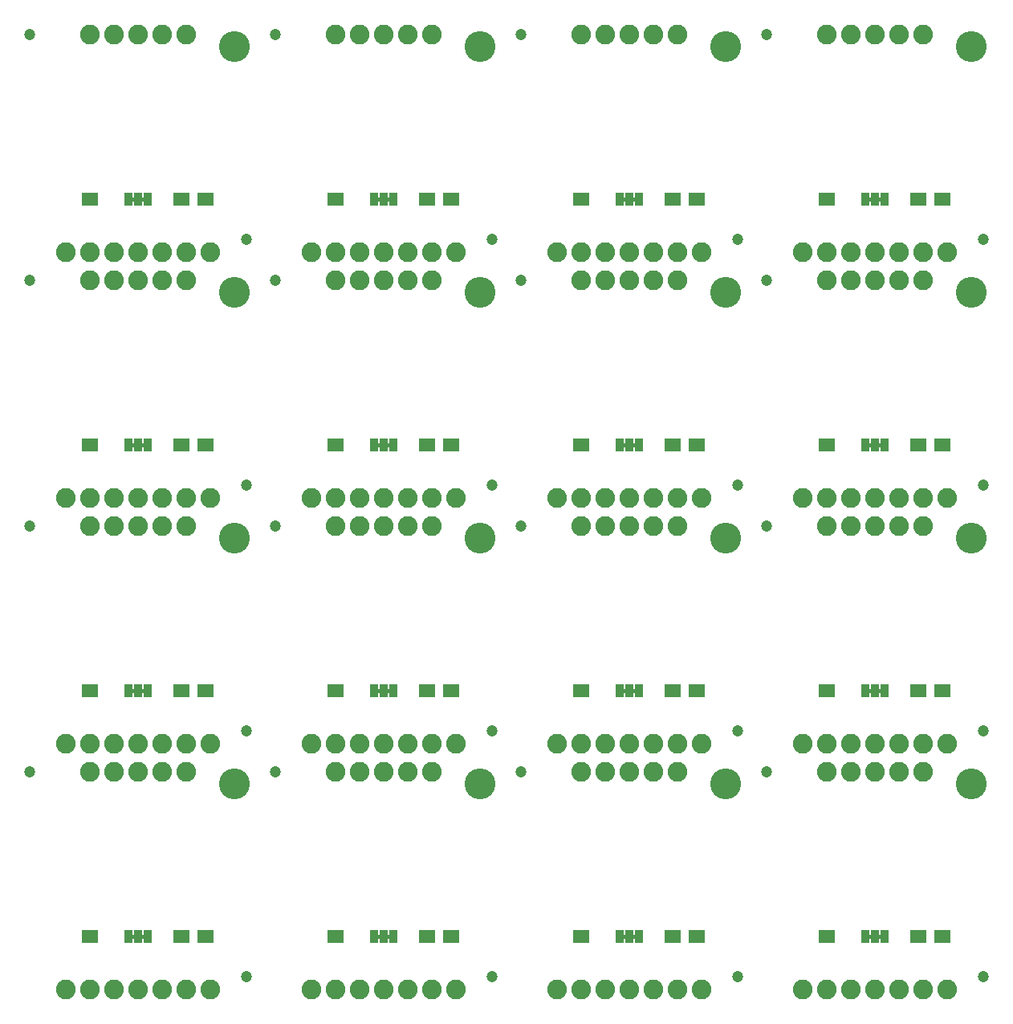
<source format=gbs>
G75*
%MOIN*%
%OFA0B0*%
%FSLAX25Y25*%
%IPPOS*%
%LPD*%
%AMOC8*
5,1,8,0,0,1.08239X$1,22.5*
%
%ADD10R,0.03300X0.05800*%
%ADD11C,0.08200*%
%ADD12C,0.00500*%
%ADD13C,0.12800*%
%ADD14C,0.04737*%
D10*
X0057150Y0055250D03*
X0060350Y0055250D03*
X0074750Y0055250D03*
X0078750Y0055250D03*
X0082750Y0055250D03*
X0095050Y0055250D03*
X0098250Y0055250D03*
X0105150Y0055250D03*
X0108350Y0055250D03*
X0159150Y0055250D03*
X0162350Y0055250D03*
X0176750Y0055250D03*
X0180750Y0055250D03*
X0184750Y0055250D03*
X0197050Y0055250D03*
X0200250Y0055250D03*
X0207150Y0055250D03*
X0210350Y0055250D03*
X0261150Y0055250D03*
X0264350Y0055250D03*
X0278750Y0055250D03*
X0282750Y0055250D03*
X0286750Y0055250D03*
X0299050Y0055250D03*
X0302250Y0055250D03*
X0309150Y0055250D03*
X0312350Y0055250D03*
X0363150Y0055250D03*
X0366350Y0055250D03*
X0380750Y0055250D03*
X0384750Y0055250D03*
X0388750Y0055250D03*
X0401050Y0055250D03*
X0404250Y0055250D03*
X0411150Y0055250D03*
X0414350Y0055250D03*
X0414350Y0157250D03*
X0411150Y0157250D03*
X0404250Y0157250D03*
X0401050Y0157250D03*
X0388750Y0157250D03*
X0384750Y0157250D03*
X0380750Y0157250D03*
X0366350Y0157250D03*
X0363150Y0157250D03*
X0312350Y0157250D03*
X0309150Y0157250D03*
X0302250Y0157250D03*
X0299050Y0157250D03*
X0286750Y0157250D03*
X0282750Y0157250D03*
X0278750Y0157250D03*
X0264350Y0157250D03*
X0261150Y0157250D03*
X0210350Y0157250D03*
X0207150Y0157250D03*
X0200250Y0157250D03*
X0197050Y0157250D03*
X0184750Y0157250D03*
X0180750Y0157250D03*
X0176750Y0157250D03*
X0162350Y0157250D03*
X0159150Y0157250D03*
X0108350Y0157250D03*
X0105150Y0157250D03*
X0098250Y0157250D03*
X0095050Y0157250D03*
X0082750Y0157250D03*
X0078750Y0157250D03*
X0074750Y0157250D03*
X0060350Y0157250D03*
X0057150Y0157250D03*
X0057150Y0259250D03*
X0060350Y0259250D03*
X0074750Y0259250D03*
X0078750Y0259250D03*
X0082750Y0259250D03*
X0095050Y0259250D03*
X0098250Y0259250D03*
X0105150Y0259250D03*
X0108350Y0259250D03*
X0159150Y0259250D03*
X0162350Y0259250D03*
X0176750Y0259250D03*
X0180750Y0259250D03*
X0184750Y0259250D03*
X0197050Y0259250D03*
X0200250Y0259250D03*
X0207150Y0259250D03*
X0210350Y0259250D03*
X0261150Y0259250D03*
X0264350Y0259250D03*
X0278750Y0259250D03*
X0282750Y0259250D03*
X0286750Y0259250D03*
X0299050Y0259250D03*
X0302250Y0259250D03*
X0309150Y0259250D03*
X0312350Y0259250D03*
X0363150Y0259250D03*
X0366350Y0259250D03*
X0380750Y0259250D03*
X0384750Y0259250D03*
X0388750Y0259250D03*
X0401050Y0259250D03*
X0404250Y0259250D03*
X0411150Y0259250D03*
X0414350Y0259250D03*
X0414350Y0361250D03*
X0411150Y0361250D03*
X0404250Y0361250D03*
X0401050Y0361250D03*
X0388750Y0361250D03*
X0384750Y0361250D03*
X0380750Y0361250D03*
X0366350Y0361250D03*
X0363150Y0361250D03*
X0312350Y0361250D03*
X0309150Y0361250D03*
X0302250Y0361250D03*
X0299050Y0361250D03*
X0286750Y0361250D03*
X0282750Y0361250D03*
X0278750Y0361250D03*
X0264350Y0361250D03*
X0261150Y0361250D03*
X0210350Y0361250D03*
X0207150Y0361250D03*
X0200250Y0361250D03*
X0197050Y0361250D03*
X0184750Y0361250D03*
X0180750Y0361250D03*
X0176750Y0361250D03*
X0162350Y0361250D03*
X0159150Y0361250D03*
X0108350Y0361250D03*
X0105150Y0361250D03*
X0098250Y0361250D03*
X0095050Y0361250D03*
X0082750Y0361250D03*
X0078750Y0361250D03*
X0074750Y0361250D03*
X0060350Y0361250D03*
X0057150Y0361250D03*
D11*
X0048750Y0033250D03*
X0058750Y0033250D03*
X0068750Y0033250D03*
X0078750Y0033250D03*
X0088750Y0033250D03*
X0098750Y0033250D03*
X0108750Y0033250D03*
X0150750Y0033250D03*
X0160750Y0033250D03*
X0170750Y0033250D03*
X0180750Y0033250D03*
X0190750Y0033250D03*
X0200750Y0033250D03*
X0210750Y0033250D03*
X0252750Y0033250D03*
X0262750Y0033250D03*
X0272750Y0033250D03*
X0282750Y0033250D03*
X0292750Y0033250D03*
X0302750Y0033250D03*
X0312750Y0033250D03*
X0354750Y0033250D03*
X0364750Y0033250D03*
X0374750Y0033250D03*
X0384750Y0033250D03*
X0394750Y0033250D03*
X0404750Y0033250D03*
X0414750Y0033250D03*
X0404750Y0123750D03*
X0394750Y0123750D03*
X0384750Y0123750D03*
X0374750Y0123750D03*
X0364750Y0123750D03*
X0364750Y0135250D03*
X0354750Y0135250D03*
X0374750Y0135250D03*
X0384750Y0135250D03*
X0394750Y0135250D03*
X0404750Y0135250D03*
X0414750Y0135250D03*
X0404750Y0225750D03*
X0394750Y0225750D03*
X0384750Y0225750D03*
X0374750Y0225750D03*
X0364750Y0225750D03*
X0364750Y0237250D03*
X0354750Y0237250D03*
X0374750Y0237250D03*
X0384750Y0237250D03*
X0394750Y0237250D03*
X0404750Y0237250D03*
X0414750Y0237250D03*
X0404750Y0327750D03*
X0394750Y0327750D03*
X0384750Y0327750D03*
X0374750Y0327750D03*
X0364750Y0327750D03*
X0364750Y0339250D03*
X0354750Y0339250D03*
X0374750Y0339250D03*
X0384750Y0339250D03*
X0394750Y0339250D03*
X0404750Y0339250D03*
X0414750Y0339250D03*
X0404750Y0429750D03*
X0394750Y0429750D03*
X0384750Y0429750D03*
X0374750Y0429750D03*
X0364750Y0429750D03*
X0302750Y0429750D03*
X0292750Y0429750D03*
X0282750Y0429750D03*
X0272750Y0429750D03*
X0262750Y0429750D03*
X0200750Y0429750D03*
X0190750Y0429750D03*
X0180750Y0429750D03*
X0170750Y0429750D03*
X0160750Y0429750D03*
X0098750Y0429750D03*
X0088750Y0429750D03*
X0078750Y0429750D03*
X0068750Y0429750D03*
X0058750Y0429750D03*
X0058750Y0339250D03*
X0048750Y0339250D03*
X0058750Y0327750D03*
X0068750Y0327750D03*
X0078750Y0327750D03*
X0088750Y0327750D03*
X0098750Y0327750D03*
X0098750Y0339250D03*
X0088750Y0339250D03*
X0078750Y0339250D03*
X0068750Y0339250D03*
X0108750Y0339250D03*
X0150750Y0339250D03*
X0160750Y0339250D03*
X0170750Y0339250D03*
X0180750Y0339250D03*
X0190750Y0339250D03*
X0200750Y0339250D03*
X0210750Y0339250D03*
X0200750Y0327750D03*
X0190750Y0327750D03*
X0180750Y0327750D03*
X0170750Y0327750D03*
X0160750Y0327750D03*
X0252750Y0339250D03*
X0262750Y0339250D03*
X0272750Y0339250D03*
X0282750Y0339250D03*
X0292750Y0339250D03*
X0302750Y0339250D03*
X0312750Y0339250D03*
X0302750Y0327750D03*
X0292750Y0327750D03*
X0282750Y0327750D03*
X0272750Y0327750D03*
X0262750Y0327750D03*
X0262750Y0237250D03*
X0252750Y0237250D03*
X0262750Y0225750D03*
X0272750Y0225750D03*
X0282750Y0225750D03*
X0292750Y0225750D03*
X0302750Y0225750D03*
X0302750Y0237250D03*
X0292750Y0237250D03*
X0282750Y0237250D03*
X0272750Y0237250D03*
X0312750Y0237250D03*
X0210750Y0237250D03*
X0200750Y0237250D03*
X0190750Y0237250D03*
X0180750Y0237250D03*
X0170750Y0237250D03*
X0160750Y0237250D03*
X0150750Y0237250D03*
X0160750Y0225750D03*
X0170750Y0225750D03*
X0180750Y0225750D03*
X0190750Y0225750D03*
X0200750Y0225750D03*
X0108750Y0237250D03*
X0098750Y0237250D03*
X0088750Y0237250D03*
X0078750Y0237250D03*
X0068750Y0237250D03*
X0058750Y0237250D03*
X0048750Y0237250D03*
X0058750Y0225750D03*
X0068750Y0225750D03*
X0078750Y0225750D03*
X0088750Y0225750D03*
X0098750Y0225750D03*
X0098750Y0135250D03*
X0088750Y0135250D03*
X0078750Y0135250D03*
X0068750Y0135250D03*
X0058750Y0135250D03*
X0048750Y0135250D03*
X0058750Y0123750D03*
X0068750Y0123750D03*
X0078750Y0123750D03*
X0088750Y0123750D03*
X0098750Y0123750D03*
X0108750Y0135250D03*
X0150750Y0135250D03*
X0160750Y0135250D03*
X0170750Y0135250D03*
X0180750Y0135250D03*
X0190750Y0135250D03*
X0200750Y0135250D03*
X0210750Y0135250D03*
X0200750Y0123750D03*
X0190750Y0123750D03*
X0180750Y0123750D03*
X0170750Y0123750D03*
X0160750Y0123750D03*
X0252750Y0135250D03*
X0262750Y0135250D03*
X0272750Y0135250D03*
X0282750Y0135250D03*
X0292750Y0135250D03*
X0302750Y0135250D03*
X0312750Y0135250D03*
X0302750Y0123750D03*
X0292750Y0123750D03*
X0282750Y0123750D03*
X0272750Y0123750D03*
X0262750Y0123750D03*
D12*
X0280000Y0156750D02*
X0280000Y0157750D01*
X0285500Y0157750D01*
X0285500Y0156750D01*
X0280000Y0156750D01*
X0280000Y0156867D02*
X0285500Y0156867D01*
X0285500Y0157366D02*
X0280000Y0157366D01*
X0183500Y0157366D02*
X0178000Y0157366D01*
X0178000Y0157750D02*
X0178000Y0156750D01*
X0183500Y0156750D01*
X0183500Y0157750D01*
X0178000Y0157750D01*
X0178000Y0156867D02*
X0183500Y0156867D01*
X0081500Y0156867D02*
X0076000Y0156867D01*
X0076000Y0156750D02*
X0076000Y0157750D01*
X0081500Y0157750D01*
X0081500Y0156750D01*
X0076000Y0156750D01*
X0076000Y0157366D02*
X0081500Y0157366D01*
X0081500Y0258750D02*
X0076000Y0258750D01*
X0076000Y0259750D01*
X0081500Y0259750D01*
X0081500Y0258750D01*
X0081500Y0259062D02*
X0076000Y0259062D01*
X0076000Y0259561D02*
X0081500Y0259561D01*
X0178000Y0259561D02*
X0183500Y0259561D01*
X0183500Y0259750D02*
X0178000Y0259750D01*
X0178000Y0258750D01*
X0183500Y0258750D01*
X0183500Y0259750D01*
X0183500Y0259062D02*
X0178000Y0259062D01*
X0280000Y0259062D02*
X0285500Y0259062D01*
X0285500Y0258750D02*
X0285500Y0259750D01*
X0280000Y0259750D01*
X0280000Y0258750D01*
X0285500Y0258750D01*
X0285500Y0259561D02*
X0280000Y0259561D01*
X0382000Y0259561D02*
X0387500Y0259561D01*
X0387500Y0259750D02*
X0382000Y0259750D01*
X0382000Y0258750D01*
X0387500Y0258750D01*
X0387500Y0259750D01*
X0387500Y0259062D02*
X0382000Y0259062D01*
X0382000Y0157750D02*
X0382000Y0156750D01*
X0387500Y0156750D01*
X0387500Y0157750D01*
X0382000Y0157750D01*
X0382000Y0157366D02*
X0387500Y0157366D01*
X0387500Y0156867D02*
X0382000Y0156867D01*
X0382000Y0055750D02*
X0382000Y0054750D01*
X0387500Y0054750D01*
X0387500Y0055750D01*
X0382000Y0055750D01*
X0382000Y0055670D02*
X0387500Y0055670D01*
X0387500Y0055171D02*
X0382000Y0055171D01*
X0285500Y0055171D02*
X0280000Y0055171D01*
X0280000Y0054750D02*
X0280000Y0055750D01*
X0285500Y0055750D01*
X0285500Y0054750D01*
X0280000Y0054750D01*
X0280000Y0055670D02*
X0285500Y0055670D01*
X0183500Y0055670D02*
X0178000Y0055670D01*
X0178000Y0055750D02*
X0178000Y0054750D01*
X0183500Y0054750D01*
X0183500Y0055750D01*
X0178000Y0055750D01*
X0178000Y0055171D02*
X0183500Y0055171D01*
X0081500Y0055171D02*
X0076000Y0055171D01*
X0076000Y0054750D02*
X0076000Y0055750D01*
X0081500Y0055750D01*
X0081500Y0054750D01*
X0076000Y0054750D01*
X0076000Y0055670D02*
X0081500Y0055670D01*
X0081500Y0360750D02*
X0076000Y0360750D01*
X0076000Y0361750D01*
X0081500Y0361750D01*
X0081500Y0360750D01*
X0081500Y0360759D02*
X0076000Y0360759D01*
X0076000Y0361257D02*
X0081500Y0361257D01*
X0178000Y0361257D02*
X0183500Y0361257D01*
X0183500Y0361750D02*
X0178000Y0361750D01*
X0178000Y0360750D01*
X0183500Y0360750D01*
X0183500Y0361750D01*
X0183500Y0360759D02*
X0178000Y0360759D01*
X0280000Y0360759D02*
X0285500Y0360759D01*
X0285500Y0360750D02*
X0285500Y0361750D01*
X0280000Y0361750D01*
X0280000Y0360750D01*
X0285500Y0360750D01*
X0285500Y0361257D02*
X0280000Y0361257D01*
X0382000Y0361257D02*
X0387500Y0361257D01*
X0387500Y0361750D02*
X0382000Y0361750D01*
X0382000Y0360750D01*
X0387500Y0360750D01*
X0387500Y0361750D01*
X0387500Y0360759D02*
X0382000Y0360759D01*
D13*
X0424750Y0322750D03*
X0322750Y0322750D03*
X0220750Y0322750D03*
X0118750Y0322750D03*
X0118750Y0424750D03*
X0220750Y0424750D03*
X0322750Y0424750D03*
X0424750Y0424750D03*
X0424750Y0220750D03*
X0322750Y0220750D03*
X0220750Y0220750D03*
X0118750Y0220750D03*
X0118750Y0118750D03*
X0220750Y0118750D03*
X0322750Y0118750D03*
X0424750Y0118750D03*
D14*
X0429750Y0140750D03*
X0339750Y0123750D03*
X0327750Y0140750D03*
X0237750Y0123750D03*
X0225750Y0140750D03*
X0135750Y0123750D03*
X0123750Y0140750D03*
X0135750Y0225750D03*
X0123750Y0242750D03*
X0135750Y0327750D03*
X0123750Y0344750D03*
X0135750Y0429750D03*
X0225750Y0344750D03*
X0237750Y0327750D03*
X0327750Y0344750D03*
X0339750Y0327750D03*
X0429750Y0344750D03*
X0339750Y0429750D03*
X0237750Y0429750D03*
X0225750Y0242750D03*
X0237750Y0225750D03*
X0327750Y0242750D03*
X0339750Y0225750D03*
X0429750Y0242750D03*
X0429750Y0038750D03*
X0327750Y0038750D03*
X0225750Y0038750D03*
X0123750Y0038750D03*
X0033750Y0123750D03*
X0033750Y0225750D03*
X0033750Y0327750D03*
X0033750Y0429750D03*
M02*

</source>
